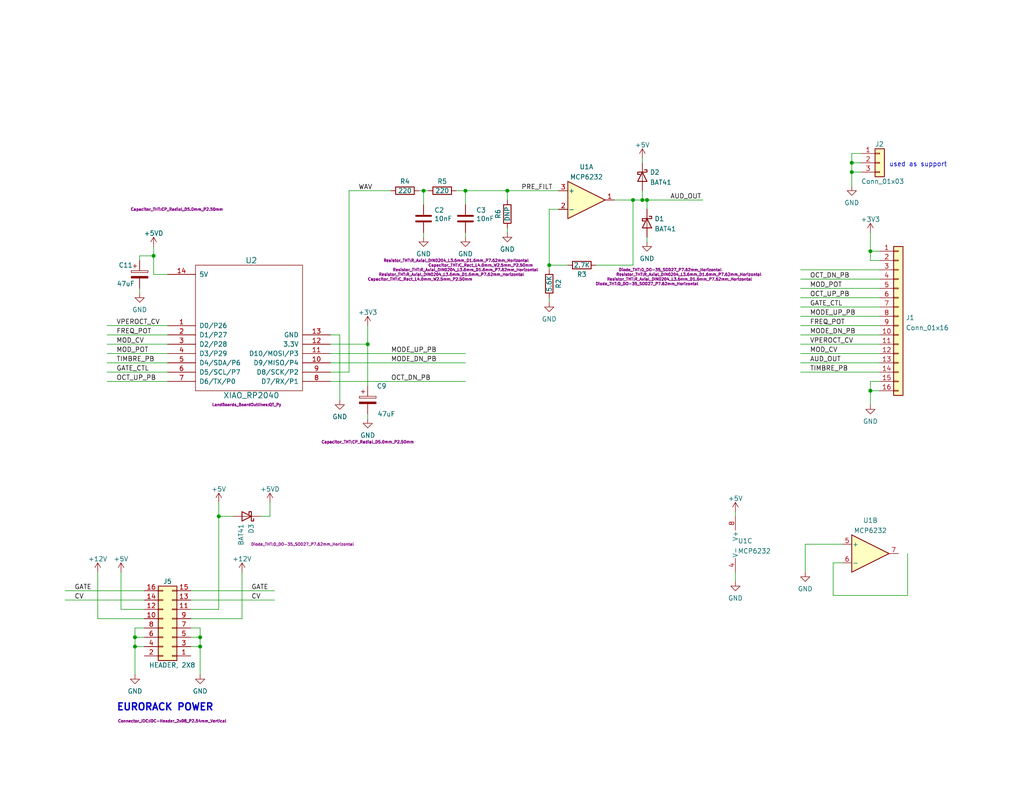
<source format=kicad_sch>
(kicad_sch (version 20211123) (generator eeschema)
  (paper "A")
  (title_block (title "VCO CONTROL LOGIC") (date "2022-10-02") (rev "2") (company "LAND BOARDS LLC") (comment 1 "https://note.com/solder_state/n/nca6a1dec3921"))
  (lib_symbols
    (symbol "Amplifier_Operational:TL072" (pin_names (offset 0.127))
      (property "Reference" "U" (at 0 5.08 0))
      (property "Value" "TL072" (at 0 -5.08 0))
      (symbol "TL072_1_1"
        (polyline (pts (xy -5.08 5.08) (xy 5.08 0) (xy -5.08 -5.08) (xy -5.08 5.08)) (stroke (width 0.254)) (fill (type background)))
        (pin output line (at 7.62 0 180) (length 2.54) (name "~") (number "1"))
        (pin input line (at -7.62 -2.54 0) (length 2.54) (name "-") (number "2"))
        (pin input line (at -7.62 2.54 0) (length 2.54) (name "+") (number "3"))
      )
      (symbol "TL072_2_1"
        (polyline (pts (xy -5.08 5.08) (xy 5.08 0) (xy -5.08 -5.08) (xy -5.08 5.08)) (stroke (width 0.254)) (fill (type background)))
        (pin input line (at -7.62 2.54 0) (length 2.54) (name "+") (number "5"))
        (pin input line (at -7.62 -2.54 0) (length 2.54) (name "-") (number "6"))
        (pin output line (at 7.62 0 180) (length 2.54) (name "~") (number "7"))
      )
      (symbol "TL072_3_1"
        (pin power_in line (at -2.54 -7.62 90) (length 3.81) (name "V-") (number "4"))
        (pin power_in line (at -2.54 7.62 270) (length 3.81) (name "V+") (number "8"))
      )
    )
    (symbol "Connector_Generic:Conn_01x03" (pin_names (offset 1.016) hide)
      (property "Reference" "J" (at 0 5.08 0))
      (property "Value" "Conn_01x03" (at 0 -5.08 0))
      (symbol "Conn_01x03_1_1"
        (rectangle (start -1.27 -2.413) (end 0 -2.667) (stroke (width 0.1524)))
        (rectangle (start -1.27 0.127) (end 0 -0.127) (stroke (width 0.1524)))
        (rectangle (start -1.27 2.667) (end 0 2.413) (stroke (width 0.1524)))
        (rectangle (start -1.27 3.81) (end 1.27 -3.81) (stroke (width 0.254)) (fill (type background)))
        (pin passive line (at -5.08 2.54 0) (length 3.81) (name "Pin_1") (number "1"))
        (pin passive line (at -5.08 0 0) (length 3.81) (name "Pin_2") (number "2"))
        (pin passive line (at -5.08 -2.54 0) (length 3.81) (name "Pin_3") (number "3"))
      )
    )
    (symbol "Connector_Generic:Conn_01x16" (pin_names (offset 1.016) hide)
      (property "Reference" "J" (at 0 20.32 0))
      (property "Value" "Conn_01x16" (at 0 -22.86 0))
      (symbol "Conn_01x16_1_1"
        (rectangle (start -1.27 -20.193) (end 0 -20.447) (stroke (width 0.1524)))
        (rectangle (start -1.27 -17.653) (end 0 -17.907) (stroke (width 0.1524)))
        (rectangle (start -1.27 -15.113) (end 0 -15.367) (stroke (width 0.1524)))
        (rectangle (start -1.27 -12.573) (end 0 -12.827) (stroke (width 0.1524)))
        (rectangle (start -1.27 -10.033) (end 0 -10.287) (stroke (width 0.1524)))
        (rectangle (start -1.27 -7.493) (end 0 -7.747) (stroke (width 0.1524)))
        (rectangle (start -1.27 -4.953) (end 0 -5.207) (stroke (width 0.1524)))
        (rectangle (start -1.27 -2.413) (end 0 -2.667) (stroke (width 0.1524)))
        (rectangle (start -1.27 0.127) (end 0 -0.127) (stroke (width 0.1524)))
        (rectangle (start -1.27 2.667) (end 0 2.413) (stroke (width 0.1524)))
        (rectangle (start -1.27 5.207) (end 0 4.953) (stroke (width 0.1524)))
        (rectangle (start -1.27 7.747) (end 0 7.493) (stroke (width 0.1524)))
        (rectangle (start -1.27 10.287) (end 0 10.033) (stroke (width 0.1524)))
        (rectangle (start -1.27 12.827) (end 0 12.573) (stroke (width 0.1524)))
        (rectangle (start -1.27 15.367) (end 0 15.113) (stroke (width 0.1524)))
        (rectangle (start -1.27 17.907) (end 0 17.653) (stroke (width 0.1524)))
        (rectangle (start -1.27 19.05) (end 1.27 -21.59) (stroke (width 0.254)) (fill (type background)))
        (pin passive line (at -5.08 17.78 0) (length 3.81) (name "Pin_1") (number "1"))
        (pin passive line (at -5.08 -5.08 0) (length 3.81) (name "Pin_10") (number "10"))
        (pin passive line (at -5.08 -7.62 0) (length 3.81) (name "Pin_11") (number "11"))
        (pin passive line (at -5.08 -10.16 0) (length 3.81) (name "Pin_12") (number "12"))
        (pin passive line (at -5.08 -12.7 0) (length 3.81) (name "Pin_13") (number "13"))
        (pin passive line (at -5.08 -15.24 0) (length 3.81) (name "Pin_14") (number "14"))
        (pin passive line (at -5.08 -17.78 0) (length 3.81) (name "Pin_15") (number "15"))
        (pin passive line (at -5.08 -20.32 0) (length 3.81) (name "Pin_16") (number "16"))
        (pin passive line (at -5.08 15.24 0) (length 3.81) (name "Pin_2") (number "2"))
        (pin passive line (at -5.08 12.7 0) (length 3.81) (name "Pin_3") (number "3"))
        (pin passive line (at -5.08 10.16 0) (length 3.81) (name "Pin_4") (number "4"))
        (pin passive line (at -5.08 7.62 0) (length 3.81) (name "Pin_5") (number "5"))
        (pin passive line (at -5.08 5.08 0) (length 3.81) (name "Pin_6") (number "6"))
        (pin passive line (at -5.08 2.54 0) (length 3.81) (name "Pin_7") (number "7"))
        (pin passive line (at -5.08 0 0) (length 3.81) (name "Pin_8") (number "8"))
        (pin passive line (at -5.08 -2.54 0) (length 3.81) (name "Pin_9") (number "9"))
      )
    )
    (symbol "Connector_Generic:Conn_02x08_Odd_Even" (pin_names (offset 1.016) hide)
      (property "Reference" "J" (at 1.27 10.16 0))
      (property "Value" "Conn_02x08_Odd_Even" (at 1.27 -12.7 0))
      (symbol "Conn_02x08_Odd_Even_1_1"
        (rectangle (start -1.27 -10.033) (end 0 -10.287) (stroke (width 0.1524)))
        (rectangle (start -1.27 -7.493) (end 0 -7.747) (stroke (width 0.1524)))
        (rectangle (start -1.27 -4.953) (end 0 -5.207) (stroke (width 0.1524)))
        (rectangle (start -1.27 -2.413) (end 0 -2.667) (stroke (width 0.1524)))
        (rectangle (start -1.27 0.127) (end 0 -0.127) (stroke (width 0.1524)))
        (rectangle (start -1.27 2.667) (end 0 2.413) (stroke (width 0.1524)))
        (rectangle (start -1.27 5.207) (end 0 4.953) (stroke (width 0.1524)))
        (rectangle (start -1.27 7.747) (end 0 7.493) (stroke (width 0.1524)))
        (rectangle (start -1.27 8.89) (end 3.81 -11.43) (stroke (width 0.254)) (fill (type background)))
        (rectangle (start 3.81 -10.033) (end 2.54 -10.287) (stroke (width 0.1524)))
        (rectangle (start 3.81 -7.493) (end 2.54 -7.747) (stroke (width 0.1524)))
        (rectangle (start 3.81 -4.953) (end 2.54 -5.207) (stroke (width 0.1524)))
        (rectangle (start 3.81 -2.413) (end 2.54 -2.667) (stroke (width 0.1524)))
        (rectangle (start 3.81 0.127) (end 2.54 -0.127) (stroke (width 0.1524)))
        (rectangle (start 3.81 2.667) (end 2.54 2.413) (stroke (width 0.1524)))
        (rectangle (start 3.81 5.207) (end 2.54 4.953) (stroke (width 0.1524)))
        (rectangle (start 3.81 7.747) (end 2.54 7.493) (stroke (width 0.1524)))
        (pin passive line (at -5.08 7.62 0) (length 3.81) (name "Pin_1") (number "1"))
        (pin passive line (at 7.62 -2.54 180) (length 3.81) (name "Pin_10") (number "10"))
        (pin passive line (at -5.08 -5.08 0) (length 3.81) (name "Pin_11") (number "11"))
        (pin passive line (at 7.62 -5.08 180) (length 3.81) (name "Pin_12") (number "12"))
        (pin passive line (at -5.08 -7.62 0) (length 3.81) (name "Pin_13") (number "13"))
        (pin passive line (at 7.62 -7.62 180) (length 3.81) (name "Pin_14") (number "14"))
        (pin passive line (at -5.08 -10.16 0) (length 3.81) (name "Pin_15") (number "15"))
        (pin passive line (at 7.62 -10.16 180) (length 3.81) (name "Pin_16") (number "16"))
        (pin passive line (at 7.62 7.62 180) (length 3.81) (name "Pin_2") (number "2"))
        (pin passive line (at -5.08 5.08 0) (length 3.81) (name "Pin_3") (number "3"))
        (pin passive line (at 7.62 5.08 180) (length 3.81) (name "Pin_4") (number "4"))
        (pin passive line (at -5.08 2.54 0) (length 3.81) (name "Pin_5") (number "5"))
        (pin passive line (at 7.62 2.54 180) (length 3.81) (name "Pin_6") (number "6"))
        (pin passive line (at -5.08 0 0) (length 3.81) (name "Pin_7") (number "7"))
        (pin passive line (at 7.62 0 180) (length 3.81) (name "Pin_8") (number "8"))
        (pin passive line (at -5.08 -2.54 0) (length 3.81) (name "Pin_9") (number "9"))
      )
    )
    (symbol "Device:C" (pin_numbers hide) (pin_names (offset 0.254))
      (property "Reference" "C" (at 0.635 2.54 0))
      (property "Value" "C" (at 0.635 -2.54 0))
      (symbol "C_0_1"
        (polyline (pts (xy -2.032 -0.762) (xy 2.032 -0.762)) (stroke (width 0.508)))
        (polyline (pts (xy -2.032 0.762) (xy 2.032 0.762)) (stroke (width 0.508)))
      )
      (symbol "C_1_1"
        (pin passive line (at 0 3.81 270) (length 2.794) (name "~") (number "1"))
        (pin passive line (at 0 -3.81 90) (length 2.794) (name "~") (number "2"))
      )
    )
    (symbol "Device:C_Polarized" (pin_numbers hide) (pin_names (offset 0.254))
      (property "Reference" "C" (at 0.635 2.54 0))
      (property "Value" "C_Polarized" (at 0.635 -2.54 0))
      (symbol "C_Polarized_0_1"
        (rectangle (start -2.286 0.508) (end 2.286 1.016))
        (polyline (pts (xy -1.778 2.286) (xy -0.762 2.286)))
        (polyline (pts (xy -1.27 2.794) (xy -1.27 1.778)))
        (rectangle (start 2.286 -0.508) (end -2.286 -1.016) (fill (type outline)))
      )
      (symbol "C_Polarized_1_1"
        (pin passive line (at 0 3.81 270) (length 2.794) (name "~") (number "1"))
        (pin passive line (at 0 -3.81 90) (length 2.794) (name "~") (number "2"))
      )
    )
    (symbol "Device:D_Schottky" (pin_numbers hide) (pin_names (offset 1.016) hide)
      (property "Reference" "D" (at 0 2.54 0))
      (property "Value" "D_Schottky" (at 0 -2.54 0))
      (symbol "D_Schottky_0_1"
        (polyline (pts (xy 1.27 0) (xy -1.27 0)))
        (polyline (pts (xy 1.27 1.27) (xy 1.27 -1.27) (xy -1.27 0) (xy 1.27 1.27)) (stroke (width 0.254)))
        (polyline (pts (xy -1.905 0.635) (xy -1.905 1.27) (xy -1.27 1.27) (xy -1.27 -1.27) (xy -0.635 -1.27) (xy -0.635 -0.635)) (stroke (width 0.254)))
      )
      (symbol "D_Schottky_1_1"
        (pin passive line (at -3.81 0 0) (length 2.54) (name "K") (number "1"))
        (pin passive line (at 3.81 0 180) (length 2.54) (name "A") (number "2"))
      )
    )
    (symbol "Device:R" (pin_numbers hide) (pin_names (offset 0))
      (property "Reference" "R" (at 2.032 0 90))
      (property "Value" "R" (at 0 0 90))
      (symbol "R_0_1"
        (rectangle (start -1.016 -2.54) (end 1.016 2.54) (stroke (width 0.254)))
      )
      (symbol "R_1_1"
        (pin passive line (at 0 3.81 270) (length 1.27) (name "~") (number "1"))
        (pin passive line (at 0 -3.81 90) (length 1.27) (name "~") (number "2"))
      )
    )
    (symbol "LandBoards_Cards:XIAO_RP2040" (pin_names (offset 1.016))
      (property "Reference" "BRD" (at 0 25.4 0))
      (property "Value" "XIAO_RP2040" (at 0 -11.43 0))
      (symbol "XIAO_RP2040_0_0"
        (rectangle (start -15.24 24.13) (end 13.97 -10.16))
      )
      (symbol "XIAO_RP2040_1_1"
        (pin bidirectional line (at -22.86 7.62 0) (length 7.62) (name "D0/P26") (number "1"))
        (pin bidirectional line (at 21.59 -2.54 180) (length 7.62) (name "D9/MISO/P4") (number "10"))
        (pin bidirectional line (at 21.59 0 180) (length 7.62) (name "D10/MOSI/P3") (number "11"))
        (pin power_out line (at 21.59 2.54 180) (length 7.62) (name "3.3V") (number "12"))
        (pin power_in line (at 21.59 5.08 180) (length 7.62) (name "GND") (number "13"))
        (pin power_in line (at -22.86 21.59 0) (length 7.62) (name "5V") (number "14"))
        (pin bidirectional line (at -22.86 5.08 0) (length 7.62) (name "D1/P27") (number "2"))
        (pin bidirectional line (at -22.86 2.54 0) (length 7.62) (name "D2/P28") (number "3"))
        (pin bidirectional line (at -22.86 0 0) (length 7.62) (name "D3/P29") (number "4"))
        (pin bidirectional line (at -22.86 -2.54 0) (length 7.62) (name "D4/SDA/P6") (number "5"))
        (pin bidirectional line (at -22.86 -5.08 0) (length 7.62) (name "D5/SCL/P7") (number "6"))
        (pin bidirectional line (at -22.86 -7.62 0) (length 7.62) (name "D6/TX/P0") (number "7"))
        (pin bidirectional line (at 21.59 -7.62 180) (length 7.62) (name "D7/RX/P1") (number "8"))
        (pin bidirectional line (at 21.59 -5.08 180) (length 7.62) (name "D8/SCK/P2") (number "9"))
      )
    )
    (symbol "power:+12V" (power) (pin_names (offset 0))
      (property "Value" "+12V" (at 0 3.556 0))
      (symbol "+12V_0_1"
        (polyline (pts (xy -0.762 1.27) (xy 0 2.54)))
        (polyline (pts (xy 0 0) (xy 0 2.54)))
        (polyline (pts (xy 0 2.54) (xy 0.762 1.27)))
      )
      (symbol "+12V_1_1"
        (pin power_in line (at 0 0 90) (length 0) hide (name "+12V") (number "1"))
      )
    )
    (symbol "power:+3.3V" (power) (pin_names (offset 0))
      (property "Value" "+3.3V" (at 0 3.556 0))
      (symbol "+3.3V_0_1"
        (polyline (pts (xy -0.762 1.27) (xy 0 2.54)))
        (polyline (pts (xy 0 0) (xy 0 2.54)))
        (polyline (pts (xy 0 2.54) (xy 0.762 1.27)))
      )
      (symbol "+3.3V_1_1"
        (pin power_in line (at 0 0 90) (length 0) hide (name "+3V3") (number "1"))
      )
    )
    (symbol "power:+5V" (power) (pin_names (offset 0))
      (property "Value" "+5V" (at 0 3.556 0))
      (symbol "+5V_0_1"
        (polyline (pts (xy -0.762 1.27) (xy 0 2.54)))
        (polyline (pts (xy 0 0) (xy 0 2.54)))
        (polyline (pts (xy 0 2.54) (xy 0.762 1.27)))
      )
      (symbol "+5V_1_1"
        (pin power_in line (at 0 0 90) (length 0) hide (name "+5V") (number "1"))
      )
    )
    (symbol "power:+5VD" (power) (pin_names (offset 0))
      (property "Value" "+5VD" (at 0 3.556 0))
      (symbol "+5VD_0_1"
        (polyline (pts (xy -0.762 1.27) (xy 0 2.54)))
        (polyline (pts (xy 0 0) (xy 0 2.54)))
        (polyline (pts (xy 0 2.54) (xy 0.762 1.27)))
      )
      (symbol "+5VD_1_1"
        (pin power_in line (at 0 0 90) (length 0) hide (name "+5VD") (number "1"))
      )
    )
    (symbol "power:GND" (power) (pin_names (offset 0))
      (property "Value" "GND" (at 0 -3.81 0))
      (symbol "GND_0_1"
        (polyline (pts (xy 0 0) (xy 0 -1.27) (xy 1.27 -1.27) (xy 0 -2.54) (xy -1.27 -1.27) (xy 0 -1.27)))
      )
      (symbol "GND_1_1"
        (pin power_in line (at 0 0 270) (length 0) hide (name "GND") (number "1"))
      )
    )
  )
  (junction (at 100.33 93.98))
  (junction (at 232.41 46.99))
  (junction (at 36.83 173.99))
  (junction (at 127 52.07))
  (junction (at 232.41 44.45))
  (junction (at 138.43 52.07))
  (junction (at 41.91 69.85))
  (junction (at 115.57 52.07))
  (junction (at 149.86 72.39))
  (junction (at 54.61 176.53))
  (junction (at 36.83 176.53))
  (junction (at 172.72 54.61))
  (junction (at 59.69 140.97))
  (junction (at 175.26 54.61))
  (junction (at 54.61 173.99))
  (junction (at 237.49 68.58))
  (junction (at 176.53 54.61))
  (junction (at 237.49 106.68))
  (wire (pts (xy 232.41 41.91) (xy 234.95 41.91)))
  (wire (pts (xy 39.37 171.45) (xy 36.83 171.45)))
  (wire (pts (xy 17.78 163.83) (xy 39.37 163.83)))
  (wire (pts (xy 229.87 148.59) (xy 219.71 148.59)))
  (wire (pts (xy 218.44 88.9) (xy 240.03 88.9)))
  (wire (pts (xy 176.53 54.61) (xy 191.77 54.61)))
  (wire (pts (xy 90.17 93.98) (xy 100.33 93.98)))
  (wire (pts (xy 232.41 44.45) (xy 232.41 41.91)))
  (wire (pts (xy 200.66 156.21) (xy 200.66 158.75)))
  (wire (pts (xy 175.26 43.18) (xy 175.26 44.45)))
  (wire (pts (xy 54.61 173.99) (xy 54.61 176.53)))
  (wire (pts (xy 29.21 93.98) (xy 45.72 93.98)))
  (wire (pts (xy 227.33 153.67) (xy 227.33 162.56)))
  (wire (pts (xy 38.1 80.01) (xy 38.1 78.74)))
  (wire (pts (xy 218.44 76.2) (xy 240.03 76.2)))
  (wire (pts (xy 73.66 137.16) (xy 73.66 140.97)))
  (wire (pts (xy 17.78 161.29) (xy 39.37 161.29)))
  (wire (pts (xy 218.44 93.98) (xy 240.03 93.98)))
  (wire (pts (xy 36.83 176.53) (xy 36.83 184.15)))
  (wire (pts (xy 218.44 96.52) (xy 240.03 96.52)))
  (wire (pts (xy 240.03 71.12) (xy 237.49 71.12)))
  (wire (pts (xy 90.17 101.6) (xy 95.25 101.6)))
  (wire (pts (xy 115.57 52.07) (xy 115.57 55.88)))
  (wire (pts (xy 116.84 52.07) (xy 115.57 52.07)))
  (wire (pts (xy 36.83 173.99) (xy 36.83 176.53)))
  (wire (pts (xy 29.21 104.14) (xy 45.72 104.14)))
  (wire (pts (xy 138.43 62.23) (xy 138.43 63.5)))
  (wire (pts (xy 59.69 140.97) (xy 63.5 140.97)))
  (wire (pts (xy 218.44 78.74) (xy 240.03 78.74)))
  (wire (pts (xy 41.91 74.93) (xy 41.91 69.85)))
  (wire (pts (xy 229.87 153.67) (xy 227.33 153.67)))
  (wire (pts (xy 39.37 166.37) (xy 33.02 166.37)))
  (wire (pts (xy 41.91 69.85) (xy 41.91 67.31)))
  (wire (pts (xy 172.72 54.61) (xy 175.26 54.61)))
  (wire (pts (xy 33.02 166.37) (xy 33.02 156.21)))
  (wire (pts (xy 95.25 52.07) (xy 106.68 52.07)))
  (wire (pts (xy 219.71 148.59) (xy 219.71 156.21)))
  (wire (pts (xy 90.17 104.14) (xy 127 104.14)))
  (wire (pts (xy 54.61 171.45) (xy 54.61 173.99)))
  (wire (pts (xy 41.91 74.93) (xy 45.72 74.93)))
  (wire (pts (xy 237.49 110.49) (xy 237.49 106.68)))
  (wire (pts (xy 115.57 64.77) (xy 115.57 63.5)))
  (wire (pts (xy 90.17 96.52) (xy 127 96.52)))
  (wire (pts (xy 162.56 72.39) (xy 172.72 72.39)))
  (wire (pts (xy 95.25 52.07) (xy 95.25 101.6)))
  (wire (pts (xy 39.37 168.91) (xy 26.67 168.91)))
  (wire (pts (xy 127 64.77) (xy 127 63.5)))
  (wire (pts (xy 124.46 52.07) (xy 127 52.07)))
  (wire (pts (xy 29.21 99.06) (xy 45.72 99.06)))
  (wire (pts (xy 138.43 52.07) (xy 138.43 54.61)))
  (wire (pts (xy 90.17 99.06) (xy 127 99.06)))
  (wire (pts (xy 29.21 101.6) (xy 45.72 101.6)))
  (wire (pts (xy 41.91 69.85) (xy 38.1 69.85)))
  (wire (pts (xy 52.07 168.91) (xy 66.04 168.91)))
  (wire (pts (xy 176.53 54.61) (xy 176.53 57.15)))
  (wire (pts (xy 36.83 173.99) (xy 39.37 173.99)))
  (wire (pts (xy 149.86 57.15) (xy 152.4 57.15)))
  (wire (pts (xy 218.44 91.44) (xy 240.03 91.44)))
  (wire (pts (xy 227.33 162.56) (xy 247.65 162.56)))
  (wire (pts (xy 26.67 156.21) (xy 26.67 168.91)))
  (wire (pts (xy 59.69 140.97) (xy 59.69 137.16)))
  (wire (pts (xy 149.86 72.39) (xy 149.86 73.66)))
  (wire (pts (xy 167.64 54.61) (xy 172.72 54.61)))
  (wire (pts (xy 237.49 71.12) (xy 237.49 68.58)))
  (wire (pts (xy 172.72 72.39) (xy 172.72 54.61)))
  (wire (pts (xy 73.66 140.97) (xy 71.12 140.97)))
  (wire (pts (xy 29.21 91.44) (xy 45.72 91.44)))
  (wire (pts (xy 149.86 81.28) (xy 149.86 82.55)))
  (wire (pts (xy 54.61 176.53) (xy 54.61 184.15)))
  (wire (pts (xy 90.17 91.44) (xy 92.71 91.44)))
  (wire (pts (xy 138.43 52.07) (xy 152.4 52.07)))
  (wire (pts (xy 237.49 68.58) (xy 237.49 63.5)))
  (wire (pts (xy 232.41 50.8) (xy 232.41 46.99)))
  (wire (pts (xy 115.57 52.07) (xy 114.3 52.07)))
  (wire (pts (xy 200.66 139.7) (xy 200.66 140.97)))
  (wire (pts (xy 52.07 171.45) (xy 54.61 171.45)))
  (wire (pts (xy 100.33 114.3) (xy 100.33 113.03)))
  (wire (pts (xy 127 52.07) (xy 138.43 52.07)))
  (wire (pts (xy 175.26 54.61) (xy 176.53 54.61)))
  (wire (pts (xy 52.07 161.29) (xy 74.93 161.29)))
  (wire (pts (xy 232.41 46.99) (xy 234.95 46.99)))
  (wire (pts (xy 218.44 73.66) (xy 240.03 73.66)))
  (wire (pts (xy 218.44 99.06) (xy 240.03 99.06)))
  (wire (pts (xy 38.1 69.85) (xy 38.1 71.12)))
  (wire (pts (xy 218.44 83.82) (xy 240.03 83.82)))
  (wire (pts (xy 232.41 44.45) (xy 234.95 44.45)))
  (wire (pts (xy 237.49 106.68) (xy 237.49 104.14)))
  (wire (pts (xy 237.49 104.14) (xy 240.03 104.14)))
  (wire (pts (xy 237.49 68.58) (xy 240.03 68.58)))
  (wire (pts (xy 237.49 106.68) (xy 240.03 106.68)))
  (wire (pts (xy 176.53 66.04) (xy 176.53 64.77)))
  (wire (pts (xy 247.65 162.56) (xy 247.65 151.13)))
  (wire (pts (xy 52.07 166.37) (xy 59.69 166.37)))
  (wire (pts (xy 218.44 86.36) (xy 240.03 86.36)))
  (wire (pts (xy 218.44 81.28) (xy 240.03 81.28)))
  (wire (pts (xy 100.33 88.9) (xy 100.33 93.98)))
  (wire (pts (xy 36.83 171.45) (xy 36.83 173.99)))
  (wire (pts (xy 218.44 101.6) (xy 240.03 101.6)))
  (wire (pts (xy 66.04 156.21) (xy 66.04 168.91)))
  (wire (pts (xy 59.69 166.37) (xy 59.69 140.97)))
  (wire (pts (xy 52.07 173.99) (xy 54.61 173.99)))
  (wire (pts (xy 92.71 91.44) (xy 92.71 109.22)))
  (wire (pts (xy 232.41 46.99) (xy 232.41 44.45)))
  (wire (pts (xy 127 52.07) (xy 127 55.88)))
  (wire (pts (xy 149.86 72.39) (xy 149.86 57.15)))
  (wire (pts (xy 36.83 176.53) (xy 39.37 176.53)))
  (wire (pts (xy 52.07 176.53) (xy 54.61 176.53)))
  (wire (pts (xy 154.94 72.39) (xy 149.86 72.39)))
  (wire (pts (xy 52.07 163.83) (xy 74.93 163.83)))
  (wire (pts (xy 100.33 105.41) (xy 100.33 93.98)))
  (wire (pts (xy 175.26 52.07) (xy 175.26 54.61)))
  (wire (pts (xy 29.21 96.52) (xy 45.72 96.52)))
  (wire (pts (xy 29.21 88.9) (xy 45.72 88.9)))
  (text "used as support" (at 242.57 45.72 0) (effects (font (size 1.27 1.27)) (justify left bottom)))
  (text "EURORACK POWER" (at 31.75 194.31 0) (effects (font (size 1.905 1.905) (thickness 0.381) bold) (justify left bottom)))
  (label "OCT_DN_PB" (at 106.68 104.14 0))
  (label "MODE_DN_PB" (at 106.68 99.06 0))
  (label "FREQ_POT" (at 220.98 88.9 0))
  (label "GATE_CTL" (at 31.75 101.6 0))
  (label "MODE_DN_PB" (at 220.98 91.44 0))
  (label "GATE" (at 68.58 161.29 0))
  (label "MOD_POT" (at 220.98 78.74 0))
  (label "MOD_CV" (at 31.75 93.98 0))
  (label "VPEROCT_CV" (at 220.98 93.98 0))
  (label "FREQ_POT" (at 31.75 91.44 0))
  (label "TIMBRE_PB" (at 220.98 101.6 0))
  (label "CV" (at 68.58 163.83 0))
  (label "GATE" (at 20.32 161.29 0))
  (label "MOD_POT" (at 31.75 96.52 0))
  (label "TIMBRE_PB" (at 31.75 99.06 0))
  (label "OCT_UP_PB" (at 220.98 81.28 0))
  (label "MODE_UP_PB" (at 220.98 86.36 0))
  (label "WAV" (at 97.79 52.07 0))
  (label "AUD_OUT" (at 220.98 99.06 0))
  (label "VPEROCT_CV" (at 31.75 88.9 0))
  (label "OCT_DN_PB" (at 220.98 76.2 0))
  (label "AUD_OUT" (at 182.88 54.61 0))
  (label "MODE_UP_PB" (at 106.68 96.52 0))
  (label "CV" (at 20.32 163.83 0))
  (label "MOD_CV" (at 220.98 96.52 0))
  (label "PRE_FILT" (at 142.24 52.07 0))
  (label "GATE_CTL" (at 220.98 83.82 0))
  (label "OCT_UP_PB" (at 31.75 104.14 0))
  (symbol (lib_id "power:GND") (at 92.71 109.22 0) (unit 1)
    (property "Reference" "#PWR0105" (effects hide))
    (property "Value" "GND" (at 92.71 113.7825 0))
  )
  (symbol (lib_id "Device:R") (at 120.65 52.07 90) (unit 1)
    (property "Reference" "R5" (at 120.65 49.53 90))
    (property "Value" "220" (at 120.65 52.07 90))
    (property "Footprint" "Resistor_THT:R_Axial_DIN0204_L3.6mm_D1.6mm_P7.62mm_Horizontal" (at 127 73.66 90) (effects (font (size 0.762 0.762))))
  )
  (symbol (lib_id "Device:C_Polarized") (at 38.1 74.93 0) (unit 1)
    (property "Reference" "C11" (at 34.29 72.39 0))
    (property "Value" "47uF" (at 34.29 77.47 0))
    (property "Footprint" "Capacitor_THT:CP_Radial_D5.0mm_P2.50mm" (at 48.26 57.15 0) (effects (font (size 0.762 0.762))))
  )
  (symbol (lib_id "power:+5V") (at 33.02 156.21 0) (unit 1)
    (property "Reference" "#PWR0107" (effects hide))
    (property "Value" "+5V" (at 33.02 152.6055 0))
  )
  (symbol (lib_id "power:GND") (at 237.49 110.49 0) (unit 1)
    (property "Reference" "#PWR0102" (effects hide))
    (property "Value" "GND" (at 237.49 115.0525 0))
  )
  (symbol (lib_id "Amplifier_Operational:TL072") (at 237.49 151.13 0) (unit 2)
    (property "Reference" "U1" (at 237.49 142.0835 0))
    (property "Value" "MCP6232" (at 237.49 144.8586 0))
    (property "Footprint" "Package_DIP:DIP-8_W7.62mm" (effects hide))
  )
  (symbol (lib_id "Device:D_Schottky") (at 176.53 60.96 270) (unit 1)
    (property "Reference" "D1" (at 178.562 59.734 90) (effects (justify left)))
    (property "Value" "BAT41" (at 178.562 62.5091 90) (effects (justify left)))
    (property "Footprint" "Diode_THT:D_DO-35_SOD27_P7.62mm_Horizontal" (at 176.53 77.47 90) (effects (font (size 0.762 0.762))))
  )
  (symbol (lib_id "Device:R") (at 158.75 72.39 90) (unit 1)
    (property "Reference" "R3" (at 158.75 74.93 90))
    (property "Value" "2.7K" (at 158.75 72.39 90))
    (property "Footprint" "Resistor_THT:R_Axial_DIN0204_L3.6mm_D1.6mm_P7.62mm_Horizontal" (at 185.42 76.2 90) (effects (font (size 0.762 0.762))))
  )
  (symbol (lib_id "power:GND") (at 232.41 50.8 0) (unit 1)
    (property "Reference" "#PWR0103" (effects hide))
    (property "Value" "GND" (at 232.41 55.3625 0))
  )
  (symbol (lib_id "power:GND") (at 127 64.77 0) (unit 1)
    (property "Reference" "#PWR0115" (effects hide))
    (property "Value" "GND" (at 127 69.3325 0))
  )
  (symbol (lib_id "Device:R") (at 110.49 52.07 90) (unit 1)
    (property "Reference" "R4" (at 110.49 49.53 90))
    (property "Value" "220" (at 110.49 52.07 90))
    (property "Footprint" "Resistor_THT:R_Axial_DIN0204_L3.6mm_D1.6mm_P7.62mm_Horizontal" (at 124.46 71.12 90) (effects (font (size 0.762 0.762))))
  )
  (symbol (lib_id "Connector_Generic:Conn_01x03") (at 240.03 44.45 0) (unit 1)
    (property "Reference" "J2" (at 238.76 39.37 0) (effects (justify left)))
    (property "Value" "Conn_01x03" (at 234.95 49.53 0) (effects (justify left)))
    (property "Footprint" "Connector_PinHeader_2.54mm:PinHeader_1x03_P2.54mm_Vertical" (effects hide))
  )
  (symbol (lib_id "power:+5V") (at 59.69 137.16 0) (unit 1)
    (property "Reference" "#PWR0118" (effects hide))
    (property "Value" "+5V" (at 59.69 133.5555 0))
  )
  (symbol (lib_id "Device:R") (at 149.86 77.47 180) (unit 1)
    (property "Reference" "R2" (at 152.4 77.47 90))
    (property "Value" "5.6K" (at 149.86 77.47 90))
    (property "Footprint" "Resistor_THT:R_Axial_DIN0204_L3.6mm_D1.6mm_P7.62mm_Horizontal" (at 187.96 74.93 0) (effects (font (size 0.762 0.762))))
  )
  (symbol (lib_id "power:+3.3V") (at 237.49 63.5 0) (unit 1)
    (property "Reference" "#PWR0101" (effects hide))
    (property "Value" "+3.3V" (at 237.49 59.8955 0))
  )
  (symbol (lib_id "power:+12V") (at 26.67 156.21 0) (unit 1)
    (property "Reference" "#PWR0111" (effects hide))
    (property "Value" "+12V" (at 26.67 152.6055 0))
  )
  (symbol (lib_id "power:GND") (at 138.43 63.5 0) (unit 1)
    (property "Reference" "#PWR0126" (effects hide))
    (property "Value" "GND" (at 138.43 68.0625 0))
  )
  (symbol (lib_id "power:GND") (at 54.61 184.15 0) (unit 1)
    (property "Reference" "#PWR0108" (effects hide))
    (property "Value" "GND" (at 54.61 188.7125 0))
  )
  (symbol (lib_id "Device:C_Polarized") (at 100.33 109.22 0) (unit 1)
    (property "Reference" "C9" (at 104.14 105.41 0))
    (property "Value" "47uF" (at 105.41 113.03 0))
    (property "Footprint" "Capacitor_THT:CP_Radial_D5.0mm_P2.50mm" (at 100.33 120.65 0) (effects (font (size 0.762 0.762))))
  )
  (symbol (lib_id "power:GND") (at 100.33 114.3 0) (unit 1)
    (property "Reference" "#PWR0104" (effects hide))
    (property "Value" "GND" (at 100.33 118.8625 0))
  )
  (symbol (lib_id "power:GND") (at 176.53 66.04 0) (unit 1)
    (property "Reference" "#PWR0120" (effects hide))
    (property "Value" "GND" (at 176.53 70.6025 0))
  )
  (symbol (lib_id "power:+12V") (at 66.04 156.21 0) (unit 1)
    (property "Reference" "#PWR0106" (effects hide))
    (property "Value" "+12V" (at 66.04 152.6055 0))
  )
  (symbol (lib_id "power:+5VD") (at 73.66 137.16 0) (unit 1)
    (property "Reference" "#PWR0110" (effects hide))
    (property "Value" "+5VD" (at 73.66 133.5555 0))
  )
  (symbol (lib_id "power:GND") (at 38.1 80.01 0) (unit 1)
    (property "Reference" "#PWR0119" (effects hide))
    (property "Value" "GND" (at 38.1 84.5725 0))
  )
  (symbol (lib_id "Device:C") (at 115.57 59.69 0) (unit 1)
    (property "Reference" "C2" (at 118.491 57.3786 0) (effects (justify left)))
    (property "Value" "10nF" (at 118.491 59.69 0) (effects (justify left)))
    (property "Footprint" "Capacitor_THT:C_Rect_L4.0mm_W2.5mm_P2.50mm" (at 100.33 76.2 0) (effects (font (size 0.762 0.762)) (justify left)))
  )
  (symbol (lib_id "Amplifier_Operational:TL072") (at 203.2 148.59 0) (unit 3)
    (property "Reference" "U1" (at 201.295 147.6815 0) (effects (justify left)))
    (property "Value" "MCP6232" (at 201.295 150.4566 0) (effects (justify left)))
    (property "Footprint" "Package_DIP:DIP-8_W7.62mm" (effects hide))
  )
  (symbol (lib_id "power:+5V") (at 175.26 43.18 0) (unit 1)
    (property "Reference" "#PWR0117" (effects hide))
    (property "Value" "+5V" (at 175.26 39.5755 0))
  )
  (symbol (lib_id "power:GND") (at 200.66 158.75 0) (unit 1)
    (property "Reference" "#PWR0121" (effects hide))
    (property "Value" "GND" (at 200.66 163.3125 0))
  )
  (symbol (lib_id "power:+5VD") (at 41.91 67.31 0) (unit 1)
    (property "Reference" "#PWR0112" (effects hide))
    (property "Value" "+5VD" (at 41.91 63.7055 0))
  )
  (symbol (lib_id "power:+3.3V") (at 100.33 88.9 0) (unit 1)
    (property "Reference" "#PWR0123" (effects hide))
    (property "Value" "+3.3V" (at 100.33 85.2955 0))
  )
  (symbol (lib_id "power:GND") (at 149.86 82.55 0) (unit 1)
    (property "Reference" "#PWR0122" (effects hide))
    (property "Value" "GND" (at 149.86 87.1125 0))
  )
  (symbol (lib_id "power:GND") (at 115.57 64.77 0) (unit 1)
    (property "Reference" "#PWR0113" (effects hide))
    (property "Value" "GND" (at 115.57 69.3325 0))
  )
  (symbol (lib_id "power:+5V") (at 200.66 139.7 0) (unit 1)
    (property "Reference" "#PWR0116" (effects hide))
    (property "Value" "+5V" (at 200.66 136.0955 0))
  )
  (symbol (lib_id "Connector_Generic:Conn_02x08_Odd_Even") (at 46.99 171.45 180) (unit 1)
    (property "Reference" "J5" (at 45.72 158.75 0))
    (property "Value" "HEADER, 2X8" (at 46.99 181.61 0))
    (property "Footprint" "Connector_IDC:IDC-Header_2x08_P2.54mm_Vertical" (at 46.99 196.85 0) (effects (font (size 0.762 0.762) bold)))
    (property "Datasheet" "https://store.synthrotek.com/16-Pin_Keyed_Shrouded_Eurorack_Power_Header" (effects hide))
  )
  (symbol (lib_id "power:GND") (at 36.83 184.15 0) (unit 1)
    (property "Reference" "#PWR0109" (effects hide))
    (property "Value" "GND" (at 36.83 188.7125 0))
  )
  (symbol (lib_id "Amplifier_Operational:TL072") (at 160.02 54.61 0) (unit 1)
    (property "Reference" "U1" (at 160.02 45.5635 0))
    (property "Value" "MCP6232" (at 160.02 48.3386 0))
    (property "Footprint" "Package_DIP:DIP-8_W7.62mm" (effects hide))
  )
  (symbol (lib_id "LandBoards_Cards:XIAO_RP2040") (at 68.58 96.52 0) (unit 1)
    (property "Reference" "U2" (at 68.58 71.12 0) (effects (font (size 1.524 1.524))))
    (property "Value" "XIAO_RP2040" (at 68.58 107.95 0) (effects (font (size 1.524 1.524))))
    (property "Footprint" "LandBoards_BoardOutlines:QT_Py" (at 67.31 110.49 0) (effects (font (size 0.762 0.762))))
  )
  (symbol (lib_id "power:GND") (at 219.71 156.21 0) (unit 1)
    (property "Reference" "#PWR0124" (effects hide))
    (property "Value" "GND" (at 219.71 160.7725 0))
  )
  (symbol (lib_id "Connector_Generic:Conn_01x16") (at 245.11 86.36 0) (unit 1)
    (property "Reference" "J1" (at 247.142 86.7215 0) (effects (justify left)))
    (property "Value" "Conn_01x16" (at 247.142 89.4966 0) (effects (justify left)))
    (property "Footprint" "Connector_PinHeader_2.54mm:PinHeader_2x08_P2.54mm_Vertical" (effects hide))
  )
  (symbol (lib_id "Device:D_Schottky") (at 67.31 140.97 180) (unit 1)
    (property "Reference" "D3" (at 68.536 143.002 90) (effects (justify left)))
    (property "Value" "BAT41" (at 65.7609 143.002 90) (effects (justify left)))
    (property "Footprint" "Diode_THT:D_DO-35_SOD27_P7.62mm_Horizontal" (at 82.55 148.59 0) (effects (font (size 0.762 0.762))))
  )
  (symbol (lib_id "Device:D_Schottky") (at 175.26 48.26 270) (unit 1)
    (property "Reference" "D2" (at 177.292 47.034 90) (effects (justify left)))
    (property "Value" "BAT41" (at 177.292 49.8091 90) (effects (justify left)))
    (property "Footprint" "Diode_THT:D_DO-35_SOD27_P7.62mm_Horizontal" (at 182.88 73.66 90) (effects (font (size 0.762 0.762))))
  )
  (symbol (lib_id "Device:C") (at 127 59.69 0) (unit 1)
    (property "Reference" "C3" (at 129.921 57.3786 0) (effects (justify left)))
    (property "Value" "10nF" (at 129.921 59.69 0) (effects (justify left)))
    (property "Footprint" "Capacitor_THT:C_Rect_L4.0mm_W2.5mm_P2.50mm" (at 116.84 72.39 0) (effects (font (size 0.762 0.762)) (justify left)))
  )
  (symbol (lib_id "Device:R") (at 138.43 58.42 0) (unit 1)
    (property "Reference" "R6" (at 135.89 58.42 90))
    (property "Value" "DNP" (at 138.43 58.42 90))
    (property "Footprint" "Resistor_THT:R_Axial_DIN0204_L3.6mm_D1.6mm_P7.62mm_Horizontal" (at 123.19 74.93 0) (effects (font (size 0.762 0.762))))
  )
)
</source>
